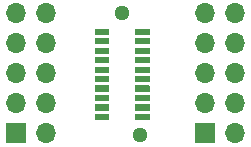
<source format=gbr>
%TF.GenerationSoftware,KiCad,Pcbnew,(5.99.0-2820-g96f4e8f6f)*%
%TF.CreationDate,2020-10-02T17:32:46+02:00*%
%TF.ProjectId,dbg_connect_cable,6462675f-636f-46e6-9e65-63745f636162,rev?*%
%TF.SameCoordinates,Original*%
%TF.FileFunction,Soldermask,Top*%
%TF.FilePolarity,Negative*%
%FSLAX46Y46*%
G04 Gerber Fmt 4.6, Leading zero omitted, Abs format (unit mm)*
G04 Created by KiCad (PCBNEW (5.99.0-2820-g96f4e8f6f)) date 2020-10-02 17:32:46*
%MOMM*%
%LPD*%
G01*
G04 APERTURE LIST*
%ADD10C,1.290000*%
%ADD11R,1.700000X1.700000*%
%ADD12O,1.700000X1.700000*%
G04 APERTURE END LIST*
D10*
%TO.C,J3*%
X142000000Y-83800000D03*
X143500000Y-94100000D03*
G36*
G01*
X144299600Y-92860000D02*
X143100400Y-92860000D01*
G75*
G02*
X143090000Y-92849600I0J10400D01*
G01*
X143090000Y-92350400D01*
G75*
G02*
X143100400Y-92340000I10400J0D01*
G01*
X144299600Y-92340000D01*
G75*
G02*
X144310000Y-92350400I0J-10400D01*
G01*
X144310000Y-92849600D01*
G75*
G02*
X144299600Y-92860000I-10400J0D01*
G01*
G37*
G36*
G01*
X140899600Y-92860000D02*
X139700400Y-92860000D01*
G75*
G02*
X139690000Y-92849600I0J10400D01*
G01*
X139690000Y-92350400D01*
G75*
G02*
X139700400Y-92340000I10400J0D01*
G01*
X140899600Y-92340000D01*
G75*
G02*
X140910000Y-92350400I0J-10400D01*
G01*
X140910000Y-92849600D01*
G75*
G02*
X140899600Y-92860000I-10400J0D01*
G01*
G37*
G36*
G01*
X144299600Y-92060000D02*
X143100400Y-92060000D01*
G75*
G02*
X143090000Y-92049600I0J10400D01*
G01*
X143090000Y-91550400D01*
G75*
G02*
X143100400Y-91540000I10400J0D01*
G01*
X144299600Y-91540000D01*
G75*
G02*
X144310000Y-91550400I0J-10400D01*
G01*
X144310000Y-92049600D01*
G75*
G02*
X144299600Y-92060000I-10400J0D01*
G01*
G37*
G36*
G01*
X140899600Y-92060000D02*
X139700400Y-92060000D01*
G75*
G02*
X139690000Y-92049600I0J10400D01*
G01*
X139690000Y-91550400D01*
G75*
G02*
X139700400Y-91540000I10400J0D01*
G01*
X140899600Y-91540000D01*
G75*
G02*
X140910000Y-91550400I0J-10400D01*
G01*
X140910000Y-92049600D01*
G75*
G02*
X140899600Y-92060000I-10400J0D01*
G01*
G37*
G36*
G01*
X144299600Y-91260000D02*
X143100400Y-91260000D01*
G75*
G02*
X143090000Y-91249600I0J10400D01*
G01*
X143090000Y-90750400D01*
G75*
G02*
X143100400Y-90740000I10400J0D01*
G01*
X144299600Y-90740000D01*
G75*
G02*
X144310000Y-90750400I0J-10400D01*
G01*
X144310000Y-91249600D01*
G75*
G02*
X144299600Y-91260000I-10400J0D01*
G01*
G37*
G36*
G01*
X140899600Y-91260000D02*
X139700400Y-91260000D01*
G75*
G02*
X139690000Y-91249600I0J10400D01*
G01*
X139690000Y-90750400D01*
G75*
G02*
X139700400Y-90740000I10400J0D01*
G01*
X140899600Y-90740000D01*
G75*
G02*
X140910000Y-90750400I0J-10400D01*
G01*
X140910000Y-91249600D01*
G75*
G02*
X140899600Y-91260000I-10400J0D01*
G01*
G37*
G36*
G01*
X144299600Y-90460000D02*
X143100400Y-90460000D01*
G75*
G02*
X143090000Y-90449600I0J10400D01*
G01*
X143090000Y-89950400D01*
G75*
G02*
X143100400Y-89940000I10400J0D01*
G01*
X144299600Y-89940000D01*
G75*
G02*
X144310000Y-89950400I0J-10400D01*
G01*
X144310000Y-90449600D01*
G75*
G02*
X144299600Y-90460000I-10400J0D01*
G01*
G37*
G36*
G01*
X140899600Y-90460000D02*
X139700400Y-90460000D01*
G75*
G02*
X139690000Y-90449600I0J10400D01*
G01*
X139690000Y-89950400D01*
G75*
G02*
X139700400Y-89940000I10400J0D01*
G01*
X140899600Y-89940000D01*
G75*
G02*
X140910000Y-89950400I0J-10400D01*
G01*
X140910000Y-90449600D01*
G75*
G02*
X140899600Y-90460000I-10400J0D01*
G01*
G37*
G36*
G01*
X144299600Y-89660000D02*
X143100400Y-89660000D01*
G75*
G02*
X143090000Y-89649600I0J10400D01*
G01*
X143090000Y-89150400D01*
G75*
G02*
X143100400Y-89140000I10400J0D01*
G01*
X144299600Y-89140000D01*
G75*
G02*
X144310000Y-89150400I0J-10400D01*
G01*
X144310000Y-89649600D01*
G75*
G02*
X144299600Y-89660000I-10400J0D01*
G01*
G37*
G36*
G01*
X140899600Y-89660000D02*
X139700400Y-89660000D01*
G75*
G02*
X139690000Y-89649600I0J10400D01*
G01*
X139690000Y-89150400D01*
G75*
G02*
X139700400Y-89140000I10400J0D01*
G01*
X140899600Y-89140000D01*
G75*
G02*
X140910000Y-89150400I0J-10400D01*
G01*
X140910000Y-89649600D01*
G75*
G02*
X140899600Y-89660000I-10400J0D01*
G01*
G37*
G36*
G01*
X144299600Y-88860000D02*
X143100400Y-88860000D01*
G75*
G02*
X143090000Y-88849600I0J10400D01*
G01*
X143090000Y-88350400D01*
G75*
G02*
X143100400Y-88340000I10400J0D01*
G01*
X144299600Y-88340000D01*
G75*
G02*
X144310000Y-88350400I0J-10400D01*
G01*
X144310000Y-88849600D01*
G75*
G02*
X144299600Y-88860000I-10400J0D01*
G01*
G37*
G36*
G01*
X140899600Y-88860000D02*
X139700400Y-88860000D01*
G75*
G02*
X139690000Y-88849600I0J10400D01*
G01*
X139690000Y-88350400D01*
G75*
G02*
X139700400Y-88340000I10400J0D01*
G01*
X140899600Y-88340000D01*
G75*
G02*
X140910000Y-88350400I0J-10400D01*
G01*
X140910000Y-88849600D01*
G75*
G02*
X140899600Y-88860000I-10400J0D01*
G01*
G37*
G36*
G01*
X144299600Y-88060000D02*
X143100400Y-88060000D01*
G75*
G02*
X143090000Y-88049600I0J10400D01*
G01*
X143090000Y-87550400D01*
G75*
G02*
X143100400Y-87540000I10400J0D01*
G01*
X144299600Y-87540000D01*
G75*
G02*
X144310000Y-87550400I0J-10400D01*
G01*
X144310000Y-88049600D01*
G75*
G02*
X144299600Y-88060000I-10400J0D01*
G01*
G37*
G36*
G01*
X140899600Y-88060000D02*
X139700400Y-88060000D01*
G75*
G02*
X139690000Y-88049600I0J10400D01*
G01*
X139690000Y-87550400D01*
G75*
G02*
X139700400Y-87540000I10400J0D01*
G01*
X140899600Y-87540000D01*
G75*
G02*
X140910000Y-87550400I0J-10400D01*
G01*
X140910000Y-88049600D01*
G75*
G02*
X140899600Y-88060000I-10400J0D01*
G01*
G37*
G36*
G01*
X144299600Y-87260000D02*
X143100400Y-87260000D01*
G75*
G02*
X143090000Y-87249600I0J10400D01*
G01*
X143090000Y-86750400D01*
G75*
G02*
X143100400Y-86740000I10400J0D01*
G01*
X144299600Y-86740000D01*
G75*
G02*
X144310000Y-86750400I0J-10400D01*
G01*
X144310000Y-87249600D01*
G75*
G02*
X144299600Y-87260000I-10400J0D01*
G01*
G37*
G36*
G01*
X140899600Y-87260000D02*
X139700400Y-87260000D01*
G75*
G02*
X139690000Y-87249600I0J10400D01*
G01*
X139690000Y-86750400D01*
G75*
G02*
X139700400Y-86740000I10400J0D01*
G01*
X140899600Y-86740000D01*
G75*
G02*
X140910000Y-86750400I0J-10400D01*
G01*
X140910000Y-87249600D01*
G75*
G02*
X140899600Y-87260000I-10400J0D01*
G01*
G37*
G36*
G01*
X144299600Y-86460000D02*
X143100400Y-86460000D01*
G75*
G02*
X143090000Y-86449600I0J10400D01*
G01*
X143090000Y-85950400D01*
G75*
G02*
X143100400Y-85940000I10400J0D01*
G01*
X144299600Y-85940000D01*
G75*
G02*
X144310000Y-85950400I0J-10400D01*
G01*
X144310000Y-86449600D01*
G75*
G02*
X144299600Y-86460000I-10400J0D01*
G01*
G37*
G36*
G01*
X140899600Y-86460000D02*
X139700400Y-86460000D01*
G75*
G02*
X139690000Y-86449600I0J10400D01*
G01*
X139690000Y-85950400D01*
G75*
G02*
X139700400Y-85940000I10400J0D01*
G01*
X140899600Y-85940000D01*
G75*
G02*
X140910000Y-85950400I0J-10400D01*
G01*
X140910000Y-86449600D01*
G75*
G02*
X140899600Y-86460000I-10400J0D01*
G01*
G37*
G36*
G01*
X144299600Y-85660000D02*
X143100400Y-85660000D01*
G75*
G02*
X143090000Y-85649600I0J10400D01*
G01*
X143090000Y-85150400D01*
G75*
G02*
X143100400Y-85140000I10400J0D01*
G01*
X144299600Y-85140000D01*
G75*
G02*
X144310000Y-85150400I0J-10400D01*
G01*
X144310000Y-85649600D01*
G75*
G02*
X144299600Y-85660000I-10400J0D01*
G01*
G37*
G36*
G01*
X140899600Y-85660000D02*
X139700400Y-85660000D01*
G75*
G02*
X139690000Y-85649600I0J10400D01*
G01*
X139690000Y-85150400D01*
G75*
G02*
X139700400Y-85140000I10400J0D01*
G01*
X140899600Y-85140000D01*
G75*
G02*
X140910000Y-85150400I0J-10400D01*
G01*
X140910000Y-85649600D01*
G75*
G02*
X140899600Y-85660000I-10400J0D01*
G01*
G37*
%TD*%
D11*
%TO.C,J2*%
X149000000Y-94000000D03*
D12*
X151540000Y-94000000D03*
X149000000Y-91460000D03*
X151540000Y-91460000D03*
X149000000Y-88920000D03*
X151540000Y-88920000D03*
X149000000Y-86380000D03*
X151540000Y-86380000D03*
X149000000Y-83840000D03*
X151540000Y-83840000D03*
%TD*%
D11*
%TO.C,J1*%
X133000000Y-94000000D03*
D12*
X135540000Y-94000000D03*
X133000000Y-91460000D03*
X135540000Y-91460000D03*
X133000000Y-88920000D03*
X135540000Y-88920000D03*
X133000000Y-86380000D03*
X135540000Y-86380000D03*
X133000000Y-83840000D03*
X135540000Y-83840000D03*
%TD*%
M02*

</source>
